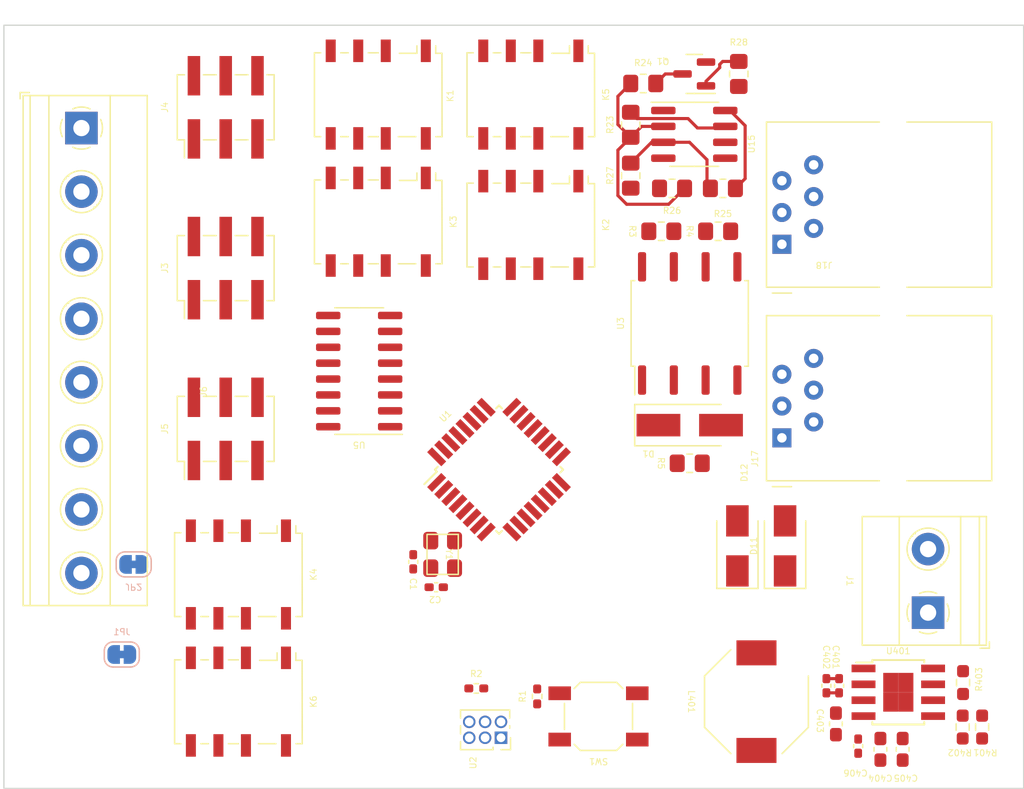
<source format=kicad_pcb>
(kicad_pcb (version 20211014) (generator pcbnew)
  (layers (0 "F.Cu" signal) (31 "B.Cu" signal) (34 "B.Paste" user) (35 "F.Paste" user) (36 "B.SilkS" user "B.Silkscreen") (37 "F.SilkS" user "F.Silkscreen") (38 "B.Mask" user) (39 "F.Mask" user) (44 "Edge.Cuts" user))
  (net 0 "")
  (net 1 "GND")
  (net 2 "/uController/X1")
  (net 3 "/uController/X2")
  (net 4 "+5V")
  (net 5 "RESET")
  (net 6 "Net-(D1-Pad1)")
  (net 7 "DCC_B")
  (net 8 "DCC_A")
  (net 9 "servo2")
  (net 10 "servo1")
  (net 11 "servo4")
  (net 12 "servo3")
  (net 13 "servo6")
  (net 14 "servo5")
  (net 15 "frog1")
  (net 16 "frog2")
  (net 17 "frog3")
  (net 18 "frog4")
  (net 19 "frog5")
  (net 20 "frog6")
  (net 21 "COM_A")
  (net 22 "COM_B")
  (net 26 "coil1")
  (net 30 "coil4")
  (net 34 "coil2")
  (net 38 "coil5")
  (net 42 "coil3")
  (net 46 "coil6")
  (net 47 "Net-(R1-Pad2)")
  (net 48 "Net-(R3-Pad2)")
  (net 49 "DCC_IN")
  (net 50 "Rx")
  (net 51 "Tx")
  (net 52 "relay1")
  (net 53 "relay2")
  (net 54 "relay3")
  (net 55 "relay4")
  (net 56 "relay5")
  (net 59 "relay6")
  (net 66 "+12V")
  (net 67 "railsyncB")
  (net 68 "railsyncA")
  (net 69 "Net-(J17-Pad3)")
  (net 70 "Net-(R28-Pad1)")
  (net 71 "Net-(R23-Pad1)")
  (net 72 "Lnet_Rx")
  (net 73 "Net-(R25-Pad1)")
  (net 74 "Lnet_Tx")
  (net 77 "Net-(C401-Pad1)")
  (net 78 "Net-(C401-Pad2)")
  (net 79 "Net-(C403-Pad1)")
  (net 80 "Net-(R401-Pad2)")
  (footprint "Capacitor_SMD:C_0603_1608Metric_Pad1.08x0.95mm_HandSolder" (layer "F.Cu") (at 147.828 102.87 90)
    (fp_text reference "C405" (at -2.286 0.254 180 unlocked) (layer "F.SilkS") (effects (font (size 0.5 0.5) (thickness 0.075))))
    (fp_text value "22uF")
    (pad "1" smd roundrect (at -0.8625 0 90) (size 1.075 0.95) (layers "F.Cu" "F.Paste" "F.Mask") (net 4 "+5V"))
    (pad "2" smd roundrect (at 0.8625 0 90) (size 1.075 0.95) (layers "F.Cu" "F.Paste" "F.Mask") (net 1 "GND"))
  )
  (footprint "Relay_SMD:Relay_DPDT_Omron_G6K-2F-Y" (layer "F.Cu") (at 118.11 60.96 -90)
    (fp_text reference "K2" (at 0 -6 90 unlocked) (layer "F.SilkS") (effects (font (size 0.5 0.5) (thickness 0.075))))
    (fp_text value "G6K-2")
    (pad "1" smd rect (at -3.5 -3.8 270) (size 1.8 0.8) (layers "F.Cu" "F.Paste" "F.Mask") (net 4 "+5V"))
    (pad "2" smd rect (at -3.5 -0.6 270) (size 1.8 0.8) (layers "F.Cu" "F.Paste" "F.Mask") (net 22 "COM_B"))
    (pad "3" smd rect (at -3.5 1.6 270) (size 1.8 0.8) (layers "F.Cu" "F.Paste" "F.Mask") (net 18 "frog4"))
    (pad "4" smd rect (at -3.5 3.8 270) (size 1.8 0.8) (layers "F.Cu" "F.Paste" "F.Mask") (net 21 "COM_A"))
    (pad "5" smd rect (at 3.5 3.8 270) (size 1.8 0.8) (layers "F.Cu" "F.Paste" "F.Mask"))
    (pad "6" smd rect (at 3.5 1.6 270) (size 1.8 0.8) (layers "F.Cu" "F.Paste" "F.Mask"))
    (pad "7" smd rect (at 3.5 -0.6 270) (size 1.8 0.8) (layers "F.Cu" "F.Paste" "F.Mask"))
    (pad "8" smd rect (at 3.5 -3.8 270) (size 1.8 0.8) (layers "F.Cu" "F.Paste" "F.Mask") (net 30 "coil4"))
  )
  (footprint "Resistor_SMD:R_0805_2012Metric_Pad1.20x1.40mm_HandSolder" (layer "F.Cu") (at 127.095 49.657)
    (fp_text reference "R24" (at 0 -1.65 unlocked) (layer "F.SilkS") (effects (font (size 0.5 0.5) (thickness 0.075))))
    (fp_text value "47k")
    (pad "1" smd roundrect (at -1 0) (size 1.2 1.4) (layers "F.Cu" "F.Paste" "F.Mask") (roundrect_rratio 0.208333) (net 71 "Net-(R23-Pad1)"))
    (pad "2" smd roundrect (at 1 0) (size 1.2 1.4) (layers "F.Cu" "F.Paste" "F.Mask") (roundrect_rratio 0.208333) (net 69 "Net-(J17-Pad3)"))
  )
  (footprint "Connector_PinSocket_1.27mm:PinSocket_2x03_P1.27mm_Vertical" (layer "F.Cu") (at 115.727 101.9465 -90)
    (fp_text reference "U2" (at 2.005 2.225 90 unlocked) (layer "F.SilkS") (effects (font (size 0.5 0.5) (thickness 0.075))))
    (fp_text value "HEADER_3x2")
    (pad "1" thru_hole rect (at 0 0 270) (size 1 1) (drill 0.7) (layers *.Cu *.Mask) (net 1 "GND"))
    (pad "2" thru_hole oval (at -1.27 0 270) (size 1 1) (drill 0.7) (layers *.Cu *.Mask) (net 5 "RESET"))
    (pad "3" thru_hole oval (at 0 1.27 270) (size 1 1) (drill 0.7) (layers *.Cu *.Mask) (net 52 "relay1"))
    (pad "4" thru_hole oval (at -1.27 1.27 270) (size 1 1) (drill 0.7) (layers *.Cu *.Mask) (net 54 "relay3"))
    (pad "5" thru_hole oval (at 0 2.54 270) (size 1 1) (drill 0.7) (layers *.Cu *.Mask) (net 4 "+5V"))
    (pad "6" thru_hole oval (at -1.27 2.54 270) (size 1 1) (drill 0.7) (layers *.Cu *.Mask) (net 53 "relay2"))
  )
  (footprint "Resistor_SMD:R_0603_1608Metric_Pad0.98x0.95mm_HandSolder" (layer "F.Cu") (at 154.178 101.092 90)
    (fp_text reference "R401" (at -2.032 0.254 180 unlocked) (layer "F.SilkS") (effects (font (size 0.5 0.5) (thickness 0.075))))
    (fp_text value "220k")
    (pad "1" smd roundrect (at -0.9125 0 90) (size 0.975 0.95) (layers "F.Cu" "F.Paste" "F.Mask") (net 4 "+5V"))
    (pad "2" smd roundrect (at 0.9125 0 90) (size 0.975 0.95) (layers "F.Cu" "F.Paste" "F.Mask") (net 80 "Net-(R401-Pad2)"))
  )
  (footprint "Resistor_SMD:R_0805_2012Metric_Pad1.20x1.40mm_HandSolder" (layer "F.Cu") (at 133.08 61.468 180)
    (fp_text reference "R4" (at 2.27 0 270 unlocked) (layer "F.SilkS") (effects (font (size 0.5 0.5) (thickness 0.075))))
    (fp_text value "10k")
    (pad "1" smd roundrect (at -1 0 180) (size 1.2 1.4) (layers "F.Cu" "F.Paste" "F.Mask") (roundrect_rratio 0.208333) (net 4 "+5V"))
    (pad "2" smd roundrect (at 1 0 180) (size 1.2 1.4) (layers "F.Cu" "F.Paste" "F.Mask") (roundrect_rratio 0.208333) (net 49 "DCC_IN"))
  )
  (footprint "Relay_SMD:Relay_DPDT_Omron_G6K-2F-Y" (layer "F.Cu") (at 118.11 50.546 -90)
    (fp_text reference "K5" (at 0 -6 90 unlocked) (layer "F.SilkS") (effects (font (size 0.5 0.5) (thickness 0.075))))
    (fp_text value "G6K-2")
    (pad "1" smd rect (at -3.5 -3.8 270) (size 1.8 0.8) (layers "F.Cu" "F.Paste" "F.Mask") (net 4 "+5V"))
    (pad "2" smd rect (at -3.5 -0.6 270) (size 1.8 0.8) (layers "F.Cu" "F.Paste" "F.Mask") (net 22 "COM_B"))
    (pad "3" smd rect (at -3.5 1.6 270) (size 1.8 0.8) (layers "F.Cu" "F.Paste" "F.Mask") (net 17 "frog3"))
    (pad "4" smd rect (at -3.5 3.8 270) (size 1.8 0.8) (layers "F.Cu" "F.Paste" "F.Mask") (net 21 "COM_A"))
    (pad "5" smd rect (at 3.5 3.8 270) (size 1.8 0.8) (layers "F.Cu" "F.Paste" "F.Mask"))
    (pad "6" smd rect (at 3.5 1.6 270) (size 1.8 0.8) (layers "F.Cu" "F.Paste" "F.Mask"))
    (pad "7" smd rect (at 3.5 -0.6 270) (size 1.8 0.8) (layers "F.Cu" "F.Paste" "F.Mask"))
    (pad "8" smd rect (at 3.5 -3.8 270) (size 1.8 0.8) (layers "F.Cu" "F.Paste" "F.Mask") (net 42 "coil3"))
  )
  (footprint "Package_TO_SOT_SMD:SOT-23" (layer "F.Cu") (at 131.175 48.895 180)
    (fp_text reference "Q1" (at 2.508 1.016 180 unlocked) (layer "F.SilkS") (effects (font (size 0.5 0.5) (thickness 0.075))))
    (fp_text value "BC847")
    (pad "1" smd roundrect (at -0.9375 -0.95 180) (size 1.475 0.6) (layers "F.Cu" "F.Paste" "F.Mask") (net 70 "Net-(R28-Pad1)"))
    (pad "2" smd roundrect (at -0.9375 0.95 180) (size 1.475 0.6) (layers "F.Cu" "F.Paste" "F.Mask") (net 1 "GND"))
    (pad "3" smd roundrect (at 0.9375 0 180) (size 1.475 0.6) (layers "F.Cu" "F.Paste" "F.Mask") (net 69 "Net-(J17-Pad3)"))
  )
  (footprint "Connector_PinHeader_2.54mm:PinHeader_2x03_P2.54mm_Vertical_SMD" (layer "F.Cu") (at 93.726 64.412 90)
    (fp_text reference "J3" (at 0 -4.87 90 unlocked) (layer "F.SilkS") (effects (font (size 0.5 0.5) (thickness 0.075))))
    (fp_text value "Conn_02x03_Odd_Even")
    (pad "1" smd rect (at -2.525 -2.54 90) (size 3.15 1) (layers "F.Cu" "F.Paste" "F.Mask") (net 1 "GND"))
    (pad "2" smd rect (at 2.525 -2.54 90) (size 3.15 1) (layers "F.Cu" "F.Paste" "F.Mask") (net 1 "GND"))
    (pad "3" smd rect (at -2.525 0 90) (size 3.15 1) (layers "F.Cu" "F.Paste" "F.Mask") (net 4 "+5V"))
    (pad "4" smd rect (at 2.525 0 90) (size 3.15 1) (layers "F.Cu" "F.Paste" "F.Mask") (net 4 "+5V"))
    (pad "5" smd rect (at -2.525 2.54 90) (size 3.15 1) (layers "F.Cu" "F.Paste" "F.Mask") (net 9 "servo2"))
    (pad "6" smd rect (at 2.525 2.54 90) (size 3.15 1) (layers "F.Cu" "F.Paste" "F.Mask") (net 10 "servo1"))
  )
  (footprint "Relay_SMD:Relay_DPDT_Omron_G6K-2F-Y" (layer "F.Cu") (at 94.742 88.9 -90)
    (fp_text reference "K4" (at 0 -6 90 unlocked) (layer "F.SilkS") (effects (font (size 0.5 0.5) (thickness 0.075))))
    (fp_text value "G6K-2")
    (pad "1" smd rect (at -3.5 -3.8 270) (size 1.8 0.8) (layers "F.Cu" "F.Paste" "F.Mask") (net 4 "+5V"))
    (pad "2" smd rect (at -3.5 -0.6 270) (size 1.8 0.8) (layers "F.Cu" "F.Paste" "F.Mask") (net 22 "COM_B"))
    (pad "3" smd rect (at -3.5 1.6 270) (size 1.8 0.8) (layers "F.Cu" "F.Paste" "F.Mask") (net 19 "frog5"))
    (pad "4" smd rect (at -3.5 3.8 270) (size 1.8 0.8) (layers "F.Cu" "F.Paste" "F.Mask") (net 21 "COM_A"))
    (pad "5" smd rect (at 3.5 3.8 270) (size 1.8 0.8) (layers "F.Cu" "F.Paste" "F.Mask"))
    (pad "6" smd rect (at 3.5 1.6 270) (size 1.8 0.8) (layers "F.Cu" "F.Paste" "F.Mask"))
    (pad "7" smd rect (at 3.5 -0.6 270) (size 1.8 0.8) (layers "F.Cu" "F.Paste" "F.Mask"))
    (pad "8" smd rect (at 3.5 -3.8 270) (size 1.8 0.8) (layers "F.Cu" "F.Paste" "F.Mask") (net 38 "coil5"))
  )
  (footprint "Diode_SMD:D_SMA_Handsoldering" (layer "F.Cu") (at 130.81 76.962)
    (fp_text reference "D1" (at -3.302 2.286 180 unlocked) (layer "F.SilkS") (effects (font (size 0.5 0.5) (thickness 0.075))))
    (fp_text value "D")
    (pad "1" smd rect (at -2.5 0) (size 3.5 1.8) (layers "F.Cu" "F.Paste" "F.Mask") (net 6 "Net-(D1-Pad1)"))
    (pad "2" smd rect (at 2.5 0) (size 3.5 1.8) (layers "F.Cu" "F.Paste" "F.Mask") (net 7 "DCC_B"))
  )
  (footprint "Inductor_SMD:L_Bourns-SRU8028_8.0x8.0mm" (layer "F.Cu") (at 136.144 99.06 -90)
    (fp_text reference "L401" (at 0 5.2 -90 unlocked) (layer "F.SilkS") (effects (font (size 0.5 0.5) (thickness 0.075))))
    (fp_text value "L")
    (pad "1" smd rect (at -3.9 0 270) (size 2 3.2) (layers "F.Cu" "F.Paste" "F.Mask") (net 78 "Net-(C401-Pad2)"))
    (pad "2" smd rect (at 3.9 0 270) (size 2 3.2) (layers "F.Cu" "F.Paste" "F.Mask") (net 4 "+5V"))
  )
  (footprint "Resistor_SMD:R_0805_2012Metric_Pad1.20x1.40mm_HandSolder" (layer "F.Cu") (at 126.095 52.959 90)
    (fp_text reference "R23" (at 0 -1.65 90 unlocked) (layer "F.SilkS") (effects (font (size 0.5 0.5) (thickness 0.075))))
    (fp_text value "220k")
    (pad "1" smd roundrect (at -1 0 90) (size 1.2 1.4) (layers "F.Cu" "F.Paste" "F.Mask") (roundrect_rratio 0.208333) (net 71 "Net-(R23-Pad1)"))
    (pad "2" smd roundrect (at 1 0 90) (size 1.2 1.4) (layers "F.Cu" "F.Paste" "F.Mask") (roundrect_rratio 0.208333) (net 72 "Lnet_Rx"))
  )
  (footprint "Diode_SMD:D_SMA" (layer "F.Cu") (at 134.62 86.614 90)
    (fp_text reference "D12" (at 5.842 0.548 90 unlocked) (layer "F.SilkS") (effects (font (size 0.5 0.5) (thickness 0.075))))
    (fp_text value "D")
    (pad "1" smd rect (at -2 0 90) (size 2.5 1.8) (layers "F.Cu" "F.Paste" "F.Mask") (net 66 "+12V"))
    (pad "2" smd rect (at 2 0 90) (size 2.5 1.8) (layers "F.Cu" "F.Paste" "F.Mask") (net 68 "railsyncA"))
  )
  (footprint "Resistor_SMD:R_0402_1005Metric_Pad0.72x0.64mm_HandSolder" (layer "F.Cu") (at 113.752 98.0015)
    (fp_text reference "R2" (at 0 -1.17 unlocked) (layer "F.SilkS") (effects (font (size 0.5 0.5) (thickness 0.075))))
    (fp_text value "10k")
    (pad "1" smd roundrect (at -0.5975 0) (size 0.715 0.64) (layers "F.Cu" "F.Paste" "F.Mask") (net 4 "+5V"))
    (pad "2" smd roundrect (at 0.5975 0) (size 0.715 0.64) (layers "F.Cu" "F.Paste" "F.Mask") (net 5 "RESET"))
  )
  (footprint "Package_SO:SOIC-8_3.9x4.9mm_P1.27mm" (layer "F.Cu") (at 131.175 53.721)
    (fp_text reference "U15" (at 4.574 0.772 90 unlocked) (layer "F.SilkS") (effects (font (size 0.5 0.5) (thickness 0.075))))
    (fp_text value "LM311")
    (pad "1" smd roundrect (at -2.475 -1.905) (size 1.95 0.6) (layers "F.Cu" "F.Paste" "F.Mask") (net 1 "GND"))
    (pad "2" smd roundrect (at -2.475 -0.635) (size 1.95 0.6) (layers "F.Cu" "F.Paste" "F.Mask") (net 71 "Net-(R23-Pad1)"))
    (pad "3" smd roundrect (at -2.475 0.635) (size 1.95 0.6) (layers "F.Cu" "F.Paste" "F.Mask") (net 73 "Net-(R25-Pad1)"))
    (pad "4" smd roundrect (at -2.475 1.905) (size 1.95 0.6) (layers "F.Cu" "F.Paste" "F.Mask") (net 1 "GND"))
    (pad "5" smd roundrect (at 2.475 1.905) (size 1.95 0.6) (layers "F.Cu" "F.Paste" "F.Mask"))
    (pad "6" smd roundrect (at 2.475 0.635) (size 1.95 0.6) (layers "F.Cu" "F.Paste" "F.Mask"))
    (pad "7" smd roundrect (at 2.475 -0.635) (size 1.95 0.6) (layers "F.Cu" "F.Paste" "F.Mask") (net 72 "Lnet_Rx"))
    (pad "8" smd roundrect (at 2.475 -1.905) (size 1.95 0.6) (layers "F.Cu" "F.Paste" "F.Mask") (net 4 "+5V"))
  )
  (footprint "TerminalBlock_Phoenix:TerminalBlock_Phoenix_MKDS-1,5-2-5.08_1x02_P5.08mm_Horizontal" (layer "F.Cu") (at 149.86 91.948 90)
    (fp_text reference "J1" (at 2.54 -6.26 270 unlocked) (layer "F.SilkS") (effects (font (size 0.5 0.5) (thickness 0.075))))
    (fp_text value "Screw_Terminal_01x02")
    (pad "1" thru_hole rect (at 0 0 90) (size 2.6 2.6) (drill 1.3) (layers *.Cu *.Mask) (net 7 "DCC_B"))
    (pad "2" thru_hole circle (at 5.08 0 90) (size 2.6 2.6) (drill 1.3) (layers *.Cu *.Mask) (net 8 "DCC_A"))
  )
  (footprint "Resistor_SMD:R_0805_2012Metric_Pad1.20x1.40mm_HandSolder" (layer "F.Cu") (at 128.54 61.468)
    (fp_text reference "R3" (at -2.302 0 -90 unlocked) (layer "F.SilkS") (effects (font (size 0.5 0.5) (thickness 0.075))))
    (fp_text value "10k")
    (pad "1" smd roundrect (at -1 0) (size 1.2 1.4) (layers "F.Cu" "F.Paste" "F.Mask") (roundrect_rratio 0.208333) (net 4 "+5V"))
    (pad "2" smd roundrect (at 1 0) (size 1.2 1.4) (layers "F.Cu" "F.Paste" "F.Mask") (roundrect_rratio 0.208333) (net 48 "Net-(R3-Pad2)"))
  )
  (footprint "Package_SO:SOIC-16_3.9x9.9mm_P1.27mm" (layer "F.Cu") (at 104.394 72.644 180)
    (fp_text reference "U5" (at 0 -5.9 180 unlocked) (layer "F.SilkS") (effects (font (size 0.5 0.5) (thickness 0.075))))
    (fp_text value "ULN2003A")
    (pad "1" smd roundrect (at -2.475 -4.445 180) (size 1.95 0.6) (layers "F.Cu" "F.Paste" "F.Mask") (net 59 "relay6"))
    (pad "2" smd roundrect (at -2.475 -3.175 180) (size 1.95 0.6) (layers "F.Cu" "F.Paste" "F.Mask") (net 56 "relay5"))
    (pad "3" smd roundrect (at -2.475 -1.905 180) (size 1.95 0.6) (layers "F.Cu" "F.Paste" "F.Mask") (net 55 "relay4"))
    (pad "4" smd roundrect (at -2.475 -0.635 180) (size 1.95 0.6) (layers "F.Cu" "F.Paste" "F.Mask") (net 54 "relay3"))
    (pad "5" smd roundrect (at -2.475 0.635 180) (size 1.95 0.6) (layers "F.Cu" "F.Paste" "F.Mask") (net 53 "relay2"))
    (pad "6" smd roundrect (at -2.475 1.905 180) (size 1.95 0.6) (layers "F.Cu" "F.Paste" "F.Mask") (net 52 "relay1"))
    (pad "7" smd roundrect (at -2.475 3.175 180) (size 1.95 0.6) (layers "F.Cu" "F.Paste" "F.Mask"))
    (pad "8" smd roundrect (at -2.475 4.445 180) (size 1.95 0.6) (layers "F.Cu" "F.Paste" "F.Mask") (net 1 "GND"))
    (pad "9" smd roundrect (at 2.475 4.445 180) (size 1.95 0.6) (layers "F.Cu" "F.Paste" "F.Mask") (net 4 "+5V"))
    (pad "10" smd roundrect (at 2.475 3.175 180) (size 1.95 0.6) (layers "F.Cu" "F.Paste" "F.Mask"))
    (pad "11" smd roundrect (at 2.475 1.905 180) (size 1.95 0.6) (layers "F.Cu" "F.Paste" "F.Mask") (net 26 "coil1"))
    (pad "12" smd roundrect (at 2.475 0.635 180) (size 1.95 0.6) (layers "F.Cu" "F.Paste" "F.Mask") (net 34 "coil2"))
    (pad "13" smd roundrect (at 2.475 -0.635 180) (size 1.95 0.6) (layers "F.Cu" "F.Paste" "F.Mask") (net 42 "coil3"))
    (pad "14" smd roundrect (at 2.475 -1.905 180) (size 1.95 0.6) (layers "F.Cu" "F.Paste" "F.Mask") (net 30 "coil4"))
    (pad "15" smd roundrect (at 2.475 -3.175 180) (size 1.95 0.6) (layers "F.Cu" "F.Paste" "F.Mask") (net 38 "coil5"))
    (pad "16" smd roundrect (at 2.475 -4.445 180) (size 1.95 0.6) (layers "F.Cu" "F.Paste" "F.Mask") (net 46 "coil6"))
  )
  (footprint "Connector_PinHeader_2.54mm:PinHeader_2x03_P2.54mm_Vertical_SMD" (layer "F.Cu") (at 93.726 77.262 90)
    (fp_text reference "J5" (at 0 -4.87 90 unlocked) (layer "F.SilkS") (effects (font (size 0.5 0.5) (thickness 0.075))))
    (fp_text value "Conn_02x03_Odd_Even")
    (pad "1" smd rect (at -2.525 -2.54 90) (size 3.15 1) (layers "F.Cu" "F.Paste" "F.Mask") (net 1 "GND"))
    (pad "2" smd rect (at 2.525 -2.54 90) (size 3.15 1) (layers "F.Cu" "F.Paste" "F.Mask") (net 1 "GND"))
    (pad "3" smd rect (at -2.525 0 90) (size 3.15 1) (layers "F.Cu" "F.Paste" "F.Mask") (net 4 "+5V"))
    (pad "4" smd rect (at 2.525 0 90) (size 3.15 1) (layers "F.Cu" "F.Paste" "F.Mask") (net 4 "+5V"))
    (pad "5" smd rect (at -2.525 2.54 90) (size 3.15 1) (layers "F.Cu" "F.Paste" "F.Mask") (net 13 "servo6"))
    (pad "6" smd rect (at 2.525 2.54 90) (size 3.15 1) (layers "F.Cu" "F.Paste" "F.Mask") (net 14 "servo5"))
  )
  (footprint "custom_kicad_lib_sk:crystal_arduino" (layer "F.Cu") (at 111.284 87.342 -90)
    (fp_text reference "Y1" (at -0.05 -0.3 -90 unlocked) (layer "F.SilkS") (effects (font (size 0.5 0.5) (thickness 0.075))))
    (fp_text value "crystal_arduino")
    (pad "1" smd roundrect (at -1.15 1.17 270) (size 1.4 1.2) (layers "F.Cu" "F.Paste" "F.Mask") (net 2 "/uController/X1"))
    (pad "2" smd roundrect (at 1.05 1.17 270) (size 1.4 1.2) (layers "F.Cu" "F.Paste" "F.Mask") (net 1 "GND"))
    (pad "3" smd roundrect (at 1.05 -0.73 270) (size 1.4 1.2) (layers "F.Cu" "F.Paste" "F.Mask") (net 3 "/uController/X2"))
    (pad "4" smd roundrect (at -1.15 -0.73 270) (size 1.4 1.2) (layers "F.Cu" "F.Paste" "F.Mask") (net 1 "GND"))
  )
  (footprint "Capacitor_SMD:C_0402_1005Metric_Pad0.74x0.62mm_HandSolder" (layer "F.Cu") (at 108.712 87.884 90)
    (fp_text reference "C1" (at -1.778 0 270 unlocked) (layer "F.SilkS") (effects (font (size 0.5 0.5) (thickness 0.075))))
    (fp_text value "12pF")
    (pad "1" smd roundrect (at -0.5675 0 90) (size 0.735 0.62) (layers "F.Cu" "F.Paste" "F.Mask") (net 1 "GND"))
    (pad "2" smd roundrect (at 0.5675 0 90) (size 0.735 0.62) (layers "F.Cu" "F.Paste" "F.Mask") (net 2 "/uController/X1"))
  )
  (footprint "Resistor_SMD:R_0603_1608Metric_Pad0.98x0.95mm_HandSolder" (layer "F.Cu") (at 152.624 101.092 -90)
    (fp_text reference "R402" (at 2.032 0.224 180 unlocked) (layer "F.SilkS") (effects (font (size 0.5 0.5) (thickness 0.075))))
    (fp_text value "150k")
    (pad "1" smd roundrect (at -0.9125 0 270) (size 0.975 0.95) (layers "F.Cu" "F.Paste" "F.Mask") (net 80 "Net-(R401-Pad2)"))
    (pad "2" smd roundrect (at 0.9125 0 270) (size 0.975 0.95) (layers "F.Cu" "F.Paste" "F.Mask") (net 4 "+5V"))
  )
  (footprint "Relay_SMD:Relay_DPDT_Omron_G6K-2F-Y" (layer "F.Cu") (at 94.742 99.06 -90)
    (fp_text reference "K6" (at 0 -6 90 unlocked) (layer "F.SilkS") (effects (font (size 0.5 0.5) (thickness 0.075))))
    (fp_text value "G6K-2")
    (pad "1" smd rect (at -3.5 -3.8 270) (size 1.8 0.8) (layers "F.Cu" "F.Paste" "F.Mask") (net 4 "+5V"))
    (pad "2" smd rect (at -3.5 -0.6 270) (size 1.8 0.8) (layers "F.Cu" "F.Paste" "F.Mask") (net 22 "COM_B"))
    (pad "3" smd rect (at -3.5 1.6 270) (size 1.8 0.8) (layers "F.Cu" "F.Paste" "F.Mask") (net 20 "frog6"))
    (pad "4" smd rect (at -3.5 3.8 270) (size 1.8 0.8) (layers "F.Cu" "F.Paste" "F.Mask") (net 21 "COM_A"))
    (pad "5" smd rect (at 3.5 3.8 270) (size 1.8 0.8) (layers "F.Cu" "F.Paste" "F.Mask"))
    (pad "6" smd rect (at 3.5 1.6 270) (size 1.8 0.8) (layers "F.Cu" "F.Paste" "F.Mask"))
    (pad "7" smd rect (at 3.5 -0.6 270) (size 1.8 0.8) (layers "F.Cu" "F.Paste" "F.Mask"))
    (pad "8" smd rect (at 3.5 -3.8 270) (size 1.8 0.8) (layers "F.Cu" "F.Paste" "F.Mask") (net 46 "coil6"))
  )
  (footprint "Resistor_SMD:R_0805_2012Metric_Pad1.20x1.40mm_HandSolder" (layer "F.Cu") (at 129.397 58.039)
    (fp_text reference "R26" (at 0 1.778 unlocked) (layer "F.SilkS") (effects (font (size 0.5 0.5) (thickness 0.075))))
    (fp_text value "150k")
    (pad "1" smd roundrect (at -1 0) (size 1.2 1.4) (layers "F.Cu" "F.Paste" "F.Mask") (roundrect_rratio 0.208333) (net 1 "GND"))
    (pad "2" smd roundrect (at 1 0) (size 1.2 1.4) (layers "F.Cu" "F.Paste" "F.Mask") (roundrect_rratio 0.208333) (net 71 "Net-(R23-Pad1)"))
  )
  (footprint "Connector_PinHeader_2.54mm:PinHeader_2x03_P2.54mm_Vertical_SMD" (layer "F.Cu") (at 93.726 51.562 90)
    (fp_text reference "J4" (at 0 -4.87 90 unlocked) (layer "F.SilkS") (effects (font (size 0.5 0.5) (thickness 0.075))))
    (fp_text value "Conn_02x03_Odd_Even")
    (pad "1" smd rect (at -2.525 -2.54 90) (size 3.15 1) (layers "F.Cu" "F.Paste" "F.Mask") (net 1 "GND"))
    (pad "2" smd rect (at 2.525 -2.54 90) (size 3.15 1) (layers "F.Cu" "F.Paste" "F.Mask") (net 1 "GND"))
    (pad "3" smd rect (at -2.525 0 90) (size 3.15 1) (layers "F.Cu" "F.Paste" "F.Mask") (net 4 "+5V"))
    (pad "4" smd rect (at 2.525 0 90) (size 3.15 1) (layers "F.Cu" "F.Paste" "F.Mask") (net 4 "+5V"))
    (pad "5" smd rect (at -2.525 2.54 90) (size 3.15 1) (layers "F.Cu" "F.Paste" "F.Mask") (net 11 "servo4"))
    (pad "6" smd rect (at 2.525 2.54 90) (size 3.15 1) (layers "F.Cu" "F.Paste" "F.Mask") (net 12 "servo3"))
  )
  (footprint "Resistor_SMD:R_0805_2012Metric_Pad1.20x1.40mm_HandSolder" (layer "F.Cu") (at 133.461 58.039)
    (fp_text reference "R25" (at 0 2.032 unlocked) (layer "F.SilkS") (effects (font (size 0.5 0.5) (thickness 0.075))))
    (fp_text value "10k")
    (pad "1" smd roundrect (at -1 0) (size 1.2 1.4) (layers "F.Cu" "F.Paste" "F.Mask") (roundrect_rratio 0.208333) (net 73 "Net-(R25-Pad1)"))
    (pad "2" smd roundrect (at 1 0) (size 1.2 1.4) (layers "F.Cu" "F.Paste" "F.Mask") (roundrect_rratio 0.208333) (net 4 "+5V"))
  )
  (footprint "Resistor_SMD:R_0805_2012Metric_Pad1.20x1.40mm_HandSolder" (layer "F.Cu") (at 134.731 48.895 -90)
    (fp_text reference "R28" (at -2.53 -0.002 unlocked) (layer "F.SilkS") (effects (font (size 0.5 0.5) (thickness 0.075))))
    (fp_text value "1k")
    (pad "1" smd roundrect (at -1 0 270) (size 1.2 1.4) (layers "F.Cu" "F.Paste" "F.Mask") (roundrect_rratio 0.208333) (net 70 "Net-(R28-Pad1)"))
    (pad "2" smd roundrect (at 1 0 270) (size 1.2 1.4) (layers "F.Cu" "F.Paste" "F.Mask") (roundrect_rratio 0.208333) (net 74 "Lnet_Tx"))
  )
  (footprint "Package_SO:SOP-8_6.62x9.15mm_P2.54mm" (layer "F.Cu") (at 130.81 68.834 90)
    (fp_text reference "U3" (at 0 -5.52 90 unlocked) (layer "F.SilkS") (effects (font (size 0.5 0.5) (thickness 0.075))))
    (fp_text value "6N137")
    (pad "1" smd roundrect (at -4.525 -3.81 90) (size 2.35 0.65) (layers "F.Cu" "F.Paste" "F.Mask"))
    (pad "2" smd roundrect (at -4.525 -1.27 90) (size 2.35 0.65) (layers "F.Cu" "F.Paste" "F.Mask") (net 6 "Net-(D1-Pad1)"))
    (pad "3" smd roundrect (at -4.525 1.27 90) (size 2.35 0.65) (layers "F.Cu" "F.Paste" "F.Mask") (net 7 "DCC_B"))
    (pad "4" smd roundrect (at -4.525 3.81 90) (size 2.35 0.65) (layers "F.Cu" "F.Paste" "F.Mask"))
    (pad "5" smd roundrect (at 4.525 3.81 90) (size 2.35 0.65) (layers "F.Cu" "F.Paste" "F.Mask") (net 1 "GND"))
    (pad "6" smd roundrect (at 4.525 1.27 90) (size 2.35 0.65) (layers "F.Cu" "F.Paste" "F.Mask") (net 49 "DCC_IN"))
    (pad "7" smd roundrect (at 4.525 -1.27 90) (size 2.35 0.65) (layers "F.Cu" "F.Paste" "F.Mask") (net 48 "Net-(R3-Pad2)"))
    (pad "8" smd roundrect (at 4.525 -3.81 90) (size 2.35 0.65) (layers "F.Cu" "F.Paste" "F.Mask") (net 4 "+5V"))
  )
  (footprint "Button_Switch_SMD:SW_SPST_SKQG_WithStem" (layer "F.Cu") (at 123.518 100.2415 180)
    (fp_text reference "SW1" (at 0 -3.6 180 unlocked) (layer "F.SilkS") (effects (font (size 0.5 0.5) (thickness 0.075))))
    (fp_text value "SW_SPST")
    (pad "1" smd rect (at -3.1 -1.85 180) (size 1.8 1.1) (layers "F.Cu" "F.Paste" "F.Mask") (net 1 "GND"))
    (pad "1" smd rect (at 3.1 -1.85 180) (size 1.8 1.1) (layers "F.Cu" "F.Paste" "F.Mask") (net 1 "GND"))
    (pad "2" smd rect (at -3.1 1.85 180) (size 1.8 1.1) (layers "F.Cu" "F.Paste" "F.Mask") (net 47 "Net-(R1-Pad2)"))
    (pad "2" smd rect (at 3.1 1.85 180) (size 1.8 1.1) (layers "F.Cu" "F.Paste" "F.Mask") (net 47 "Net-(R1-Pad2)"))
  )
  (footprint "TerminalBlock_Phoenix:TerminalBlock_Phoenix_MKDS-1,5-8-5.08_1x08_P5.08mm_Horizontal" (layer "F.Cu") (at 82.195 53.22 -90)
    (fp_text reference "J6" (at 21.062 -9.766 90 unlocked) (layer "F.SilkS") (effects (font (size 0.5 0.5) (thickness 0.075))))
    (fp_text value "Screw_Terminal_01x08")
    (pad "1" thru_hole rect (at 0 0 270) (size 2.6 2.6) (drill 1.3) (layers *.Cu *.Mask) (net 15 "frog1"))
    (pad "2" thru_hole circle (at 5.08 0 270) (size 2.6 2.6) (drill 1.3) (layers *.Cu *.Mask) (net 16 "frog2"))
    (pad "3" thru_hole circle (at 10.16 0 270) (size 2.6 2.6) (drill 1.3) (layers *.Cu *.Mask) (net 17 "frog3"))
    (pad "4" thru_hole circle (at 15.24 0 270) (size 2.6 2.6) (drill 1.3) (layers *.Cu *.Mask) (net 18 "frog4"))
    (pad "5" thru_hole circle (at 20.32 0 270) (size 2.6 2.6) (drill 1.3) (layers *.Cu *.Mask) (net 19 "frog5"))
    (pad "6" thru_hole circle (at 25.4 0 270) (size 2.6 2.6) (drill 1.3) (layers *.Cu *.Mask) (net 20 "frog6"))
    (pad "7" thru_hole circle (at 30.48 0 270) (size 2.6 2.6) (drill 1.3) (layers *.Cu *.Mask) (net 21 "COM_A"))
    (pad "8" thru_hole circle (at 35.56 0 270) (size 2.6 2.6) (drill 1.3) (layers *.Cu *.Mask) (net 22 "COM_B"))
  )
  (footprint "Resistor_SMD:R_0402_1005Metric_Pad0.72x0.64mm_HandSolder" (layer "F.Cu") (at 118.618 98.6415 90)
    (fp_text reference "R1" (at 0 -1.17 90 unlocked) (layer "F.SilkS") (effects (font (size 0.5 0.5) (thickness 0.075))))
    (fp_text value "10k")
    (pad "1" smd roundrect (at -0.5975 0 90) (size 0.715 0.64) (layers "F.Cu" "F.Paste" "F.Mask") (net 4 "+5V"))
    (pad "2" smd roundrect (at 0.5975 0 90) (size 0.715 0.64) (layers "F.Cu" "F.Paste" "F.Mask") (net 47 "Net-(R1-Pad2)"))
  )
  (footprint "Capacitor_SMD:C_0402_1005Metric_Pad0.74x0.62mm_HandSolder" (layer "F.Cu") (at 110.5495 89.916)
    (fp_text reference "C2" (at -0.083 0.971 180 unlocked) (layer "F.SilkS") (effects (font (size 0.5 0.5) (thickness 0.075))))
    (fp_text value "12pF")
    (pad "1" smd roundrect (at -0.5675 0) (size 0.735 0.62) (layers "F.Cu" "F.Paste" "F.Mask") (net 1 "GND"))
    (pad "2" smd roundrect (at 0.5675 0) (size 0.735 0.62) (layers "F.Cu" "F.Paste" "F.Mask") (net 3 "/uController/X2"))
  )
  (footprint "Capacitor_SMD:C_0402_1005Metric_Pad0.74x0.62mm_HandSolder" (layer "F.Cu") (at 144.272 102.616 90)
    (fp_text reference "C406" (at -2.132 -0.208 180 unlocked) (layer "F.SilkS") (effects (font (size 0.5 0.5) (thickness 0.075))))
    (fp_text value "100nF")
    (pad "1" smd roundrect (at -0.5675 0 90) (size 0.735 0.62) (layers "F.Cu" "F.Paste" "F.Mask") (net 4 "+5V"))
    (pad "2" smd roundrect (at 0.5675 0 90) (size 0.735 0.62) (layers "F.Cu" "F.Paste" "F.Mask") (net 1 "GND"))
  )
  (footprint "Package_SO:TI_SO-PowerPAD-8" (layer "F.Cu") (at 147.4795 98.311)
    (fp_text reference "U401" (at 0 -3.3 unlocked) (layer "F.SilkS") (effects (font (size 0.5 0.5) (thickness 0.075))))
    (fp_text value "MT2499A")
    (pad "1" smd rect (at -2.78 -1.905) (size 1.91 0.61) (layers "F.Cu" "F.Paste" "F.Mask") (net 77 "Net-(C401-Pad1)"))
    (pad "2" smd rect (at -2.78 -0.635) (size 1.91 0.61) (layers "F.Cu" "F.Paste" "F.Mask") (net 79 "Net-(C403-Pad1)"))
    (pad "3" smd rect (at -2.78 0.635) (size 1.91 0.61) (layers "F.Cu" "F.Paste" "F.Mask") (net 78 "Net-(C401-Pad2)"))
    (pad "4" smd rect (at -2.78 1.905) (size 1.91 0.61) (layers "F.Cu" "F.Paste" "F.Mask") (net 1 "GND"))
    (pad "5" smd rect (at 2.78 1.905) (size 1.91 0.61) (layers "F.Cu" "F.Paste" "F.Mask") (net 80 "Net-(R401-Pad2)"))
    (pad "6" smd rect (at 2.78 0.635) (size 1.91 0.61) (layers "F.Cu" "F.Paste" "F.Mask"))
    (pad "7" smd rect (at 2.78 -0.635) (size 1.91 0.61) (layers "F.Cu" "F.Paste" "F.Mask") (net 79 "Net-(C403-Pad1)"))
    (pad "8" smd rect (at 2.78 -1.905) (size 1.91 0.61) (layers "F.Cu" "F.Paste" "F.Mask"))
    (pad "9" smd rect (at -0.6025 0.775) (size 1.205 1.55) (layers "F.Cu" "F.Paste" "F.Mask") (net 1 "GND"))
    (pad "9" smd rect (at 0.6025 0.775) (size 1.205 1.55) (layers "F.Cu" "F.Paste" "F.Mask") (net 1 "GND"))
    (pad "9" smd rect (at 0.6025 -0.775) (size 1.205 1.55) (layers "F.Cu" "F.Paste" "F.Mask") (net 1 "GND"))
    (pad "9" smd rect (at -0.6025 -0.775) (size 1.205 1.55) (layers "F.Cu" "F.Paste" "F.Mask") (net 1 "GND"))
  )
  (footprint "Diode_SMD:D_SMA" (layer "F.Cu") (at 138.43 86.614 90)
    (fp_text reference "D11" (at 0 -2.5 90 unlocked) (layer "F.SilkS") (effects (font (size 0.5 0.5) (thickness 0.075))))
    (fp_text value "D")
    (pad "1" smd rect (at -2 0 90) (size 2.5 1.8) (layers "F.Cu" "F.Paste" "F.Mask") (net 66 "+12V"))
    (pad "2" smd rect (at 2 0 90) (size 2.5 1.8) (layers "F.Cu" "F.Paste" "F.Mask") (net 67 "railsyncB"))
  )
  (footprint "Capacitor_SMD:C_0402_1005Metric_Pad0.74x0.62mm_HandSolder" (layer "F.Cu") (at 142.748 97.79 -90)
    (fp_text reference "C401" (at -2.286 0.254 -90 unlocked) (layer "F.SilkS") (effects (font (size 0.5 0.5) (thickness 0.075))))
    (fp_text value "100nF")
    (pad "1" smd roundrect (at -0.5675 0 270) (size 0.735 0.62) (layers "F.Cu" "F.Paste" "F.Mask") (net 77 "Net-(C401-Pad1)"))
    (pad "2" smd roundrect (at 0.5675 0 270) (size 0.735 0.62) (layers "F.Cu" "F.Paste" "F.Mask") (net 78 "Net-(C401-Pad2)"))
  )
  (footprint "Capacitor_SMD:C_0603_1608Metric_Pad1.08x0.95mm_HandSolder" (layer "F.Cu") (at 142.494 100.838 -90)
    (fp_text reference "C403" (at -0.254 1.27 -90 unlocked) (layer "F.SilkS") (effects (font (size 0.5 0.5) (thickness 0.075))))
    (fp_text value "22uF")
    (pad "1" smd roundrect (at -0.8625 0 270) (size 1.075 0.95) (layers "F.Cu" "F.Paste" "F.Mask") (net 79 "Net-(C403-Pad1)"))
    (pad "2" smd roundrect (at 0.8625 0 270) (size 1.075 0.95) (layers "F.Cu" "F.Paste" "F.Mask") (net 1 "GND"))
  )
  (footprint "Connector_RJ:RJ12_Amphenol_54601" (layer "F.Cu") (at 138.176 62.508 90)
    (fp_text reference "J18" (at -1.666 3.376 180 unlocked) (layer "F.SilkS") (effects (font (size 0.5 0.5) (thickness 0.075))))
    (fp_text value "RJ12")
    (pad "" np_thru_hole circle (at -1.91 8.89 90) (size 3.25 3.25) (drill 3.25) (layers *.Cu *.Mask))
    (pad "" np_thru_hole circle (at 8.25 8.89 90) (size 3.25 3.25) (drill 3.25) (layers *.Cu *.Mask))
    (pad "1" thru_hole rect (at 0 0 90) (size 1.52 1.52) (drill 0.76) (layers *.Cu *.Mask) (net 67 "railsyncB"))
    (pad "2" thru_hole circle (at 1.27 2.54 90) (size 1.52 1.52) (drill 0.76) (layers *.Cu *.Mask) (net 1 "GND"))
    (pad "3" thru_hole circle (at 2.54 0 90) (size 1.52 1.52) (drill 0.76) (layers *.Cu *.Mask) (net 69 "Net-(J17-Pad3)"))
    (pad "4" thru_hole circle (at 3.81 2.54 90) (size 1.52 1.52) (drill 0.76) (layers *.Cu *.Mask) (net 69 "Net-(J17-Pad3)"))
    (pad "5" thru_hole circle (at 5.08 0 90) (size 1.52 1.52) (drill 0.76) (layers *.Cu *.Mask) (net 1 "GND"))
    (pad "6" thru_hole circle (at 6.35 2.54 90) (size 1.52 1.52) (drill 0.76) (layers *.Cu *.Mask) (net 68 "railsyncA"))
  )
  (footprint "Relay_SMD:Relay_DPDT_Omron_G6K-2F-Y" (layer "F.Cu") (at 105.918 50.546 -90)
    (fp_text reference "K1" (at 0.1 -5.75 90 unlocked) (layer "F.SilkS") (effects (font (size 0.5 0.5) (thickness 0.075))))
    (fp_text value "G6K-2")
    (pad "1" smd rect (at -3.5 -3.8 270) (size 1.8 0.8) (layers "F.Cu" "F.Paste" "F.Mask") (net 4 "+5V"))
    (pad "2" smd rect (at -3.5 -0.6 270) (size 1.8 0.8) (layers "F.Cu" "F.Paste" "F.Mask") (net 22 "COM_B"))
    (pad "3" smd rect (at -3.5 1.6 270) (size 1.8 0.8) (layers "F.Cu" "F.Paste" "F.Mask") (net 15 "frog1"))
    (pad "4" smd rect (at -3.5 3.8 270) (size 1.8 0.8) (layers "F.Cu" "F.Paste" "F.Mask") (net 21 "COM_A"))
    (pad "5" smd rect (at 3.5 3.8 270) (size 1.8 0.8) (layers "F.Cu" "F.Paste" "F.Mask"))
    (pad "6" smd rect (at 3.5 1.6 270) (size 1.8 0.8) (layers "F.Cu" "F.Paste" "F.Mask"))
    (pad "7" smd rect (at 3.5 -0.6 270) (size 1.8 0.8) (layers "F.Cu" "F.Paste" "F.Mask"))
    (pad "8" smd rect (at 3.5 -3.8 270) (size 1.8 0.8) (layers "F.Cu" "F.Paste" "F.Mask") (net 26 "coil1"))
  )
  (footprint "Resistor_SMD:R_0805_2012Metric_Pad1.20x1.40mm_HandSolder" (layer "F.Cu") (at 126.095 57.023 90)
    (fp_text reference "R27" (at 0 -1.65 90 unlocked) (layer "F.SilkS") (effects (font (size 0.5 0.5) (thickness 0.075))))
    (fp_text value "22k")
    (pad "1" smd roundrect (at -1 0 90) (size 1.2 1.4) (layers "F.Cu" "F.Paste" "F.Mask") (roundrect_rratio 0.208333) (net 1 "GND"))
    (pad "2" smd roundrect (at 1 0 90) (size 1.2 1.4) (layers "F.Cu" "F.Paste" "F.Mask") (roundrect_rratio 0.208333) (net 73 "Net-(R25-Pad1)"))
  )
  (footprint "Capacitor_SMD:C_0603_1608Metric_Pad1.08x0.95mm_HandSolder" (layer "F.Cu") (at 146.05 102.87 90)
    (fp_text reference "C404" (at -2.286 0 180 unlocked) (layer "F.SilkS") (effects (font (size 0.5 0.5) (thickness 0.075))))
    (fp_text value "22uF")
    (pad "1" smd roundrect (at -0.8625 0 90) (size 1.075 0.95) (layers "F.Cu" "F.Paste" "F.Mask") (net 4 "+5V"))
    (pad "2" smd roundrect (at 0.8625 0 90) (size 1.075 0.95) (layers "F.Cu" "F.Paste" "F.Mask") (net 1 "GND"))
  )
  (footprint "Relay_SMD:Relay_DPDT_Omron_G6K-2F-Y" (layer "F.Cu") (at 105.918 60.706 -90)
    (fp_text reference "K3" (at 0 -6 90 unlocked) (layer "F.SilkS") (effects (font (size 0.5 0.5) (thickness 0.075))))
    (fp_text value "G6K-2")
    (pad "1" smd rect (at -3.5 -3.8 270) (size 1.8 0.8) (layers "F.Cu" "F.Paste" "F.Mask") (net 4 "+5V"))
    (pad "2" smd rect (at -3.5 -0.6 270) (size 1.8 0.8) (layers "F.Cu" "F.Paste" "F.Mask") (net 22 "COM_B"))
    (pad "3" smd rect (at -3.5 1.6 270) (size 1.8 0.8) (layers "F.Cu" "F.Paste" "F.Mask") (net 16 "frog2"))
    (pad "4" smd rect (at -3.5 3.8 270) (size 1.8 0.8) (layers "F.Cu" "F.Paste" "F.Mask") (net 21 "COM_A"))
    (pad "5" smd rect (at 3.5 3.8 270) (size 1.8 0.8) (layers "F.Cu" "F.Paste" "F.Mask"))
    (pad "6" smd rect (at 3.5 1.6 270) (size 1.8 0.8) (layers "F.Cu" "F.Paste" "F.Mask"))
    (pad "7" smd rect (at 3.5 -0.6 270) (size 1.8 0.8) (layers "F.Cu" "F.Paste" "F.Mask"))
    (pad "8" smd rect (at 3.5 -3.8 270) (size 1.8 0.8) (layers "F.Cu" "F.Paste" "F.Mask") (net 34 "coil2"))
  )
  (footprint "Resistor_SMD:R_0805_2012Metric_Pad1.20x1.40mm_HandSolder" (layer "F.Cu") (at 130.81 80.01 180)
    (fp_text reference "R5" (at 2.286 0 270 unlocked) (layer "F.SilkS") (effects (font (size 0.5 0.5) (thickness 0.075))))
    (fp_text value "1k")
    (pad "1" smd roundrect (at -1 0 180) (size 1.2 1.4) (layers "F.Cu" "F.Paste" "F.Mask") (roundrect_rratio 0.208333) (net 8 "DCC_A"))
    (pad "2" smd roundrect (at 1 0 180) (size 1.2 1.4) (layers "F.Cu" "F.Paste" "F.Mask") (roundrect_rratio 0.208333) (net 6 "Net-(D1-Pad1)"))
  )
  (footprint "Connector_RJ:RJ12_Amphenol_54601" (layer "F.Cu") (at 138.176 77.978 90)
    (fp_text reference "J17" (at -1.67 -2.16 90 unlocked) (layer "F.SilkS") (effects (font (size 0.5 0.5) (thickness 0.075))))
    (fp_text value "RJ12")
    (pad "" np_thru_hole circle (at 8.25 8.89 90) (size 3.25 3.25) (drill 3.25) (layers *.Cu *.Mask))
    (pad "" np_thru_hole circle (at -1.91 8.89 90) (size 3.25 3.25) (drill 3.25) (layers *.Cu *.Mask))
    (pad "1" thru_hole rect (at 0 0 90) (size 1.52 1.52) (drill 0.76) (layers *.Cu *.Mask) (net 67 "railsyncB"))
    (pad "2" thru_hole circle (at 1.27 2.54 90) (size 1.52 1.52) (drill 0.76) (layers *.Cu *.Mask) (net 1 "GND"))
    (pad "3" thru_hole circle (at 2.54 0 90) (size 1.52 1.52) (drill 0.76) (layers *.Cu *.Mask) (net 69 "Net-(J17-Pad3)"))
    (pad "4" thru_hole circle (at 3.81 2.54 90) (size 1.52 1.52) (drill 0.76) (layers *.Cu *.Mask) (net 69 "Net-(J17-Pad3)"))
    (pad "5" thru_hole circle (at 5.08 0 90) (size 1.52 1.52) (drill 0.76) (layers *.Cu *.Mask) (net 1 "GND"))
    (pad "6" thru_hole circle (at 6.35 2.54 90) (size 1.52 1.52) (drill 0.76) (layers *.Cu *.Mask) (net 68 "railsyncA"))
  )
  (footprint "Capacitor_SMD:C_0402_1005Metric_Pad0.74x0.62mm_HandSolder" (layer "F.Cu") (at 141.732 97.79 -90)
    (fp_text reference "C402" (at -2.286 0 -90 unlocked) (layer "F.SilkS") (effects (font (size 0.5 0.5) (thickness 0.075))))
    (fp_text value "22nF")
    (pad "1" smd roundrect (at -0.5675 0 270) (size 0.735 0.62) (layers "F.Cu" "F.Paste" "F.Mask") (net 77 "Net-(C401-Pad1)"))
    (pad "2" smd roundrect (at 0.5675 0 270) (size 0.735 0.62) (layers "F.Cu" "F.Paste" "F.Mask") (net 78 "Net-(C401-Pad2)"))
  )
  (footprint "Resistor_SMD:R_0603_1608Metric_Pad0.98x0.95mm_HandSolder" (layer "F.Cu") (at 152.654 97.536 90)
    (fp_text reference "R403" (at 0.254 1.27 90 unlocked) (layer "F.SilkS") (effects (font (size 0.5 0.5) (thickness 0.075))))
    (fp_text value "20k")
    (pad "1" smd roundrect (at -0.9125 0 90) (size 0.975 0.95) (layers "F.Cu" "F.Paste" "F.Mask") (net 80 "Net-(R401-Pad2)"))
    (pad "2" smd roundrect (at 0.9125 0 90) (size 0.975 0.95) (layers "F.Cu" "F.Paste" "F.Mask") (net 1 "GND"))
  )
  (footprint "Package_QFP:TQFP-32_7x7mm_P0.8mm" (layer "F.Cu") (at 115.57 80.518 45)
    (fp_text reference "U1" (at 0 -6.05 45 unlocked) (layer "F.SilkS") (effects (font (size 0.5 0.5) (thickness 0.075))))
    (fp_text value "ATmega328-A")
    (pad "1" smd rect (at -4.25 -2.8 45) (size 1.6 0.55) (layers "F.Cu" "F.Paste" "F.Mask"))
    (pad "2" smd rect (at -4.25 -2 45) (size 1.6 0.55) (layers "F.Cu" "F.Paste" "F.Mask"))
    (pad "3" smd rect (at -4.25 -1.2 45) (size 1.6 0.55) (layers "F.Cu" "F.Paste" "F.Mask") (net 1 "GND"))
    (pad "4" smd rect (at -4.25 -0.4 45) (size 1.6 0.55) (layers "F.Cu" "F.Paste" "F.Mask") (net 4 "+5V"))
    (pad "5" smd rect (at -4.25 0.4 45) (size 1.6 0.55) (layers "F.Cu" "F.Paste" "F.Mask") (net 1 "GND"))
    (pad "6" smd rect (at -4.25 1.2 45) (size 1.6 0.55) (layers "F.Cu" "F.Paste" "F.Mask") (net 4 "+5V"))
    (pad "7" smd rect (at -4.25 2 45) (size 1.6 0.55) (layers "F.Cu" "F.Paste" "F.Mask") (net 2 "/uController/X1"))
    (pad "8" smd rect (at -4.25 2.8 45) (size 1.6 0.55) (layers "F.Cu" "F.Paste" "F.Mask") (net 3 "/uController/X2"))
    (pad "9" smd rect (at -2.8 4.25 135) (size 1.6 0.55) (layers "F.Cu" "F.Paste" "F.Mask") (net 13 "servo6"))
    (pad "10" smd rect (at -2 4.25 135) (size 1.6 0.55) (layers "F.Cu" "F.Paste" "F.Mask") (net 14 "servo5"))
    (pad "11" smd rect (at -1.2 4.25 135) (size 1.6 0.55) (layers "F.Cu" "F.Paste" "F.Mask") (net 11 "servo4"))
    (pad "12" smd rect (at -0.4 4.25 135) (size 1.6 0.55) (layers "F.Cu" "F.Paste" "F.Mask") (net 12 "servo3"))
    (pad "13" smd rect (at 0.4 4.25 135) (size 1.6 0.55) (layers "F.Cu" "F.Paste" "F.Mask") (net 9 "servo2"))
    (pad "14" smd rect (at 1.2 4.25 135) (size 1.6 0.55) (layers "F.Cu" "F.Paste" "F.Mask") (net 10 "servo1"))
    (pad "15" smd rect (at 2 4.25 135) (size 1.6 0.55) (layers "F.Cu" "F.Paste" "F.Mask") (net 52 "relay1"))
    (pad "16" smd rect (at 2.8 4.25 135) (size 1.6 0.55) (layers "F.Cu" "F.Paste" "F.Mask") (net 53 "relay2"))
    (pad "17" smd rect (at 4.25 2.8 45) (size 1.6 0.55) (layers "F.Cu" "F.Paste" "F.Mask") (net 54 "relay3"))
    (pad "18" smd rect (at 4.25 2 45) (size 1.6 0.55) (layers "F.Cu" "F.Paste" "F.Mask") (net 4 "+5V"))
    (pad "19" smd rect (at 4.25 1.2 45) (size 1.6 0.55) (layers "F.Cu" "F.Paste" "F.Mask"))
    (pad "20" smd rect (at 4.25 0.4 45) (size 1.6 0.55) (layers "F.Cu" "F.Paste" "F.Mask"))
    (pad "21" smd rect (at 4.25 -0.4 45) (size 1.6 0.55) (layers "F.Cu" "F.Paste" "F.Mask") (net 1 "GND"))
    (pad "22" smd rect (at 4.25 -1.2 45) (size 1.6 0.55) (layers "F.Cu" "F.Paste" "F.Mask") (net 47 "Net-(R1-Pad2)"))
    (pad "23" smd rect (at 4.25 -2 45) (size 1.6 0.55) (layers "F.Cu" "F.Paste" "F.Mask") (net 55 "relay4"))
    (pad "24" smd rect (at 4.25 -2.8 45) (size 1.6 0.55) (layers "F.Cu" "F.Paste" "F.Mask") (net 56 "relay5"))
    (pad "25" smd rect (at 2.8 -4.25 135) (size 1.6 0.55) (layers "F.Cu" "F.Paste" "F.Mask") (net 59 "relay6"))
    (pad "26" smd rect (at 2 -4.25 135) (size 1.6 0.55) (layers "F.Cu" "F.Paste" "F.Mask"))
    (pad "27" smd rect (at 1.2 -4.25 135) (size 1.6 0.55) (layers "F.Cu" "F.Paste" "F.Mask"))
    (pad "28" smd rect (at 0.4 -4.25 135) (size 1.6 0.55) (layers "F.Cu" "F.Paste" "F.Mask"))
    (pad "29" smd rect (at -0.4 -4.25 135) (size 1.6 0.55) (layers "F.Cu" "F.Paste" "F.Mask") (net 5 "RESET"))
    (pad "30" smd rect (at -1.2 -4.25 135) (size 1.6 0.55) (layers "F.Cu" "F.Paste" "F.Mask") (net 50 "Rx"))
    (pad "31" smd rect (at -2 -4.25 135) (size 1.6 0.55) (layers "F.Cu" "F.Paste" "F.Mask") (net 51 "Tx"))
    (pad "32" smd rect (at -2.8 -4.25 135) (size 1.6 0.55) (layers "F.Cu" "F.Paste" "F.Mask") (net 49 "DCC_IN"))
  )
  (footprint "Jumper:SolderJumper-2_P1.3mm_Bridged_RoundedPad1.0x1.5mm" (layer "B.Cu") (at 85.422 95.292 180)
    (fp_text reference "JP1" (at 0 1.8 unlocked) (layer "B.SilkS") (effects (font (size 0.5 0.5) (thickness 0.075)) (justify mirror)))
    (fp_text value "SolderJumper_2_Bridged")
    (fp_poly (pts (xy 0.25 0.3) (xy -0.25 0.3) (xy -0.25 -0.3) (xy 0.25 -0.3)) (layer "B.Cu") (width 0) (fill solid))
    (pad "1" smd custom (at -0.65 0 180) (size 1 0.5) (layers "B.Cu" "B.Mask") (net 8 "DCC_A") (options (clearance outline) (anchor rect)) (primitives (gr_circle (center 0 -0.25) (end 0.5 -0.25) (width 0) (fill yes)) (gr_circle (center 0 0.25) (end 0.5 0.25) (width 0) (fill yes)) (gr_poly (pts (xy 0.5 -0.75) (xy 0 -0.75) (xy 0 0.75) (xy 0.5 0.75)) (width 0) (fill yes))))
    (pad "2" smd custom (at 0.65 0 180) (size 1 0.5) (layers "B.Cu" "B.Mask") (net 21 "COM_A") (options (clearance outline) (anchor rect)) (primitives (gr_circle (center 0 -0.25) (end 0.5 -0.25) (width 0) (fill yes)) (gr_circle (center 0 0.25) (end 0.5 0.25) (width 0) (fill yes)) (gr_poly (pts (xy 0 -0.75) (xy -0.5 -0.75) (xy -0.5 0.75) (xy 0 0.75)) (width 0) (fill yes))))
  )
  (footprint "Jumper:SolderJumper-2_P1.3mm_Bridged_RoundedPad1.0x1.5mm" (layer "B.Cu") (at 86.372 88.092)
    (fp_text reference "JP2" (at 0 1.8 -180 unlocked) (layer "B.SilkS") (effects (font (size 0.5 0.5) (thickness 0.075)) (justify mirror)))
    (fp_text value "SolderJumper_2_Bridged")
    (fp_poly (pts (xy 0.25 0.3) (xy -0.25 0.3) (xy -0.25 -0.3) (xy 0.25 -0.3)) (layer "B.Cu") (width 0) (fill solid))
    (pad "1" smd custom (at -0.65 0) (size 1 0.5) (layers "B.Cu" "B.Mask") (net 7 "DCC_B") (options (clearance outline) (anchor rect)) (primitives (gr_circle (center 0 -0.25) (end 0.5 -0.25) (width 0) (fill yes)) (gr_circle (center 0 0.25) (end 0.5 0.25) (width 0) (fill yes)) (gr_poly (pts (xy 0.5 -0.75) (xy 0 -0.75) (xy 0 0.75) (xy 0.5 0.75)) (width 0) (fill yes))))
    (pad "2" smd custom (at 0.65 0) (size 1 0.5) (layers "B.Cu" "B.Mask") (net 22 "COM_B") (options (clearance outline) (anchor rect)) (primitives (gr_circle (center 0 -0.25) (end 0.5 -0.25) (width 0) (fill yes)) (gr_circle (center 0 0.25) (end 0.5 0.25) (width 0) (fill yes)) (gr_poly (pts (xy 0 -0.75) (xy -0.5 -0.75) (xy -0.5 0.75) (xy 0 0.75)) (width 0) (fill yes))))
  )
  (gr_rect (start 157.5 106) (end 76 45) (layer "Edge.Cuts") (width 0.1) (fill none))
  (segment (start 135.239 57.261) (end 134.461 58.039) (width 0.25) (layer "F.Cu") (net 4))
  (segment (start 134.026751 51.816) (end 135.239 53.028249) (width 0.25) (layer "F.Cu") (net 4))
  (segment (start 133.65 51.816) (end 134.026751 51.816) (width 0.25) (layer "F.Cu") (net 4))
  (segment (start 135.239 53.028249) (end 135.239 57.261) (width 0.25) (layer "F.Cu") (net 4))
  (segment (start 128.857 48.895) (end 128.095 49.657) (width 0.25) (layer "F.Cu") (net 69))
  (segment (start 130.2375 48.895) (end 128.857 48.895) (width 0.25) (layer "F.Cu") (net 69))
  (segment (start 133.207 48.387) (end 133.207 48.133) (width 0.25) (layer "F.Cu") (net 70))
  (segment (start 132.1125 49.4815) (end 133.207 48.387) (width 0.25) (layer "F.Cu") (net 70))
  (segment (start 132.1125 49.845) (end 132.1125 49.4815) (width 0.25) (layer "F.Cu") (net 70))
  (segment (start 133.445 47.895) (end 134.731 47.895) (width 0.25) (layer "F.Cu") (net 70))
  (segment (start 133.207 48.133) (end 133.445 47.895) (width 0.25) (layer "F.Cu") (net 70))
  (segment (start 126.968 53.086) (end 128.7 53.086) (width 0.25) (layer "F.Cu") (net 71))
  (segment (start 129.127 59.309) (end 130.397 58.039) (width 0.25) (layer "F.Cu") (net 71))
  (segment (start 125.07 58.611173) (end 125.767827 59.309) (width 0.25) (layer "F.Cu") (net 71))
  (segment (start 126.095 53.959) (end 126.968 53.086) (width 0.25) (layer "F.Cu") (net 71))
  (segment (start 125.07 52.934) (end 126.095 53.959) (width 0.25) (layer "F.Cu") (net 71))
  (segment (start 125.07 50.682) (end 125.07 52.934) (width 0.25) (layer "F.Cu") (net 71))
  (segment (start 125.07 54.984) (end 125.07 58.611173) (width 0.25) (layer "F.Cu") (net 71))
  (segment (start 126.095 53.959) (end 125.07 54.984) (width 0.25) (layer "F.Cu") (net 71))
  (segment (start 125.767827 59.309) (end 129.127 59.309) (width 0.25) (layer "F.Cu") (net 71))
  (segment (start 126.095 49.657) (end 125.07 50.682) (width 0.25) (layer "F.Cu") (net 71))
  (segment (start 126.597 52.461) (end 130.677 52.461) (width 0.25) (layer "F.Cu") (net 72))
  (segment (start 133.523 53.213) (end 133.65 53.086) (width 0.25) (layer "F.Cu") (net 72))
  (segment (start 130.677 52.461) (end 131.429 53.213) (width 0.25) (layer "F.Cu") (net 72))
  (segment (start 131.429 53.213) (end 133.523 53.213) (width 0.25) (layer "F.Cu") (net 72))
  (segment (start 126.095 51.959) (end 126.597 52.461) (width 0.25) (layer "F.Cu") (net 72))
  (segment (start 130.794 54.356) (end 128.7 54.356) (width 0.25) (layer "F.Cu") (net 73))
  (segment (start 132.191 55.753) (end 130.794 54.356) (width 0.25) (layer "F.Cu") (net 73))
  (segment (start 127.762 54.356) (end 126.095 56.023) (width 0.25) (layer "F.Cu") (net 73))
  (segment (start 132.461 58.039) (end 132.191 57.769) (width 0.25) (layer "F.Cu") (net 73))
  (segment (start 132.191 57.769) (end 132.191 55.753) (width 0.25) (layer "F.Cu") (net 73))
  (segment (start 128.7 54.356) (end 127.762 54.356) (width 0.25) (layer "F.Cu") (net 73))
  (segment (start 141.732 97.2225) (end 142.748 97.2225) (width 0.25) (layer "F.Cu") (net 77))
  (segment (start 142.748 98.3575) (end 141.732 98.3575) (width 0.25) (layer "F.Cu") (net 78))
)
</source>
